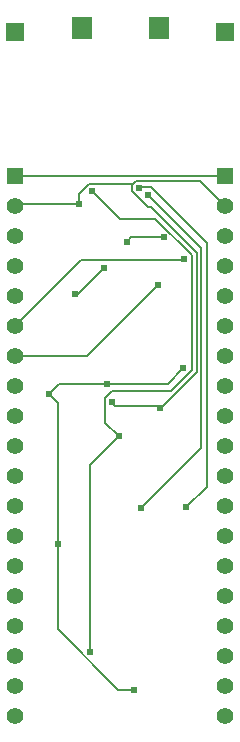
<source format=gbl>
G04 #@! TF.GenerationSoftware,KiCad,Pcbnew,(5.1.9-0-10_14)*
G04 #@! TF.CreationDate,2021-07-10T20:46:14+09:00*
G04 #@! TF.ProjectId,EB-STM32L4P5CG,45422d53-544d-4333-924c-34503543472e,V1.0*
G04 #@! TF.SameCoordinates,Original*
G04 #@! TF.FileFunction,Copper,L2,Bot*
G04 #@! TF.FilePolarity,Positive*
%FSLAX46Y46*%
G04 Gerber Fmt 4.6, Leading zero omitted, Abs format (unit mm)*
G04 Created by KiCad (PCBNEW (5.1.9-0-10_14)) date 2021-07-10 20:46:14*
%MOMM*%
%LPD*%
G01*
G04 APERTURE LIST*
G04 #@! TA.AperFunction,ComponentPad*
%ADD10R,1.600000X1.600000*%
G04 #@! TD*
G04 #@! TA.AperFunction,ComponentPad*
%ADD11C,1.400000*%
G04 #@! TD*
G04 #@! TA.AperFunction,ComponentPad*
%ADD12R,1.400000X1.400000*%
G04 #@! TD*
G04 #@! TA.AperFunction,ComponentPad*
%ADD13R,1.800000X1.900000*%
G04 #@! TD*
G04 #@! TA.AperFunction,ViaPad*
%ADD14C,0.609600*%
G04 #@! TD*
G04 #@! TA.AperFunction,Conductor*
%ADD15C,0.203200*%
G04 #@! TD*
G04 APERTURE END LIST*
D10*
X8900000Y12200000D03*
X-8890000Y12200000D03*
D11*
X8890000Y-45720000D03*
X8890000Y-43180000D03*
X8890000Y-40640000D03*
X8890000Y-38100000D03*
X8890000Y-35560000D03*
X8890000Y-33020000D03*
D12*
X8890000Y0D03*
D11*
X8890000Y-2540000D03*
X8890000Y-5080000D03*
X8890000Y-7620000D03*
X8890000Y-10160000D03*
X8890000Y-12700000D03*
X8890000Y-15240000D03*
X8890000Y-17780000D03*
X8890000Y-20320000D03*
X8890000Y-22860000D03*
X8890000Y-25400000D03*
X8890000Y-27940000D03*
X8890000Y-30480000D03*
X-8890000Y-45720000D03*
X-8890000Y-43180000D03*
X-8890000Y-40640000D03*
X-8890000Y-38100000D03*
X-8890000Y-35560000D03*
X-8890000Y-33020000D03*
D12*
X-8890000Y0D03*
D11*
X-8890000Y-2540000D03*
X-8890000Y-5080000D03*
X-8890000Y-7620000D03*
X-8890000Y-10160000D03*
X-8890000Y-12700000D03*
X-8890000Y-15240000D03*
X-8890000Y-17780000D03*
X-8890000Y-20320000D03*
X-8890000Y-22860000D03*
X-8890000Y-25400000D03*
X-8890000Y-27940000D03*
X-8890000Y-30480000D03*
D13*
X-3250000Y12500000D03*
X3250000Y12500000D03*
D14*
X1175600Y-43477900D03*
X-5287500Y-31112500D03*
X-6050000Y-18450000D03*
X-1100000Y-17590400D03*
X5350000Y-16250000D03*
X-1350000Y-7750700D03*
X-3850000Y-10000000D03*
X-3461100Y-2378000D03*
X-679900Y-19161100D03*
X3367800Y-19650000D03*
X1750000Y-28130500D03*
X2378200Y-1615800D03*
X5576200Y-28044000D03*
X1610000Y-1040200D03*
X-2347900Y-1277300D03*
X-2546400Y-40257700D03*
X-128600Y-22041800D03*
X5431700Y-7000000D03*
X3234500Y-9185100D03*
X600000Y-5557300D03*
X3700000Y-5200000D03*
D15*
X-1100000Y-17590400D02*
X4009600Y-17590400D01*
X4009600Y-17590400D02*
X5350000Y-16250000D01*
X-5287500Y-31112500D02*
X-5287500Y-38382300D01*
X-5287500Y-38382300D02*
X-191900Y-43477900D01*
X-191900Y-43477900D02*
X1175600Y-43477900D01*
X-6050000Y-18450000D02*
X-5287600Y-19212400D01*
X-5287600Y-19212400D02*
X-5287600Y-31112500D01*
X-5287600Y-31112500D02*
X-5287500Y-31112500D01*
X-1100000Y-17590400D02*
X-5190400Y-17590400D01*
X-5190400Y-17590400D02*
X-6050000Y-18450000D01*
X-3599300Y-10000000D02*
X-3850000Y-10000000D01*
X-1350000Y-7750700D02*
X-3599300Y-10000000D01*
X-3461100Y-2378000D02*
X-8728000Y-2378000D01*
X-8728000Y-2378000D02*
X-8890000Y-2540000D01*
X997300Y-745000D02*
X914100Y-661800D01*
X914100Y-661800D02*
X-2603100Y-661800D01*
X-2603100Y-661800D02*
X-3461100Y-1519800D01*
X-3461100Y-1519800D02*
X-3461100Y-2378000D01*
X997300Y-745000D02*
X1334500Y-407800D01*
X1334500Y-407800D02*
X6757800Y-407800D01*
X6757800Y-407800D02*
X8890000Y-2540000D01*
X3367800Y-19431900D02*
X3649600Y-19431900D01*
X3649600Y-19431900D02*
X6472200Y-16609300D01*
X6472200Y-16609300D02*
X6472200Y-6509400D01*
X6472200Y-6509400D02*
X2578200Y-2615400D01*
X2578200Y-2615400D02*
X2314400Y-2615400D01*
X2314400Y-2615400D02*
X997300Y-1298300D01*
X997300Y-1298300D02*
X997300Y-745000D01*
X3367800Y-19650000D02*
X3367800Y-19431900D01*
X3367800Y-19431900D02*
X-409100Y-19431900D01*
X-409100Y-19431900D02*
X-679900Y-19161100D01*
X1750000Y-28130500D02*
X6878900Y-23001600D01*
X6878900Y-23001600D02*
X6878900Y-6116500D01*
X6878900Y-6116500D02*
X2378200Y-1615800D01*
X5576200Y-28044000D02*
X7310000Y-26310200D01*
X7310000Y-26310200D02*
X7310000Y-5680700D01*
X7310000Y-5680700D02*
X2585200Y-955900D01*
X2585200Y-955900D02*
X1694300Y-955900D01*
X1694300Y-955900D02*
X1610000Y-1040200D01*
X-2347900Y-1277300D02*
X-23700Y-3601500D01*
X-23700Y-3601500D02*
X2989000Y-3601500D01*
X2989000Y-3601500D02*
X6065400Y-6677900D01*
X6065400Y-6677900D02*
X6065400Y-16421900D01*
X6065400Y-16421900D02*
X4286900Y-18200400D01*
X4286900Y-18200400D02*
X-662200Y-18200400D01*
X-662200Y-18200400D02*
X-1289900Y-18828100D01*
X-1289900Y-18828100D02*
X-1289900Y-20880500D01*
X-1289900Y-20880500D02*
X-128600Y-22041800D01*
X-2546400Y-40257700D02*
X-2546400Y-24459600D01*
X-2546400Y-24459600D02*
X-128600Y-22041800D01*
X7884900Y0D02*
X-7884900Y0D01*
X-8890000Y0D02*
X-7884900Y0D01*
X8890000Y0D02*
X7884900Y0D01*
X-8890000Y-12700000D02*
X-3331100Y-7141100D01*
X-3331100Y-7141100D02*
X5431700Y-7141100D01*
X-8890000Y-15240000D02*
X-2820400Y-15240000D01*
X-2820400Y-15240000D02*
X3234500Y-9185100D01*
X957300Y-5200000D02*
X600000Y-5557300D01*
X3700000Y-5200000D02*
X957300Y-5200000D01*
M02*

</source>
